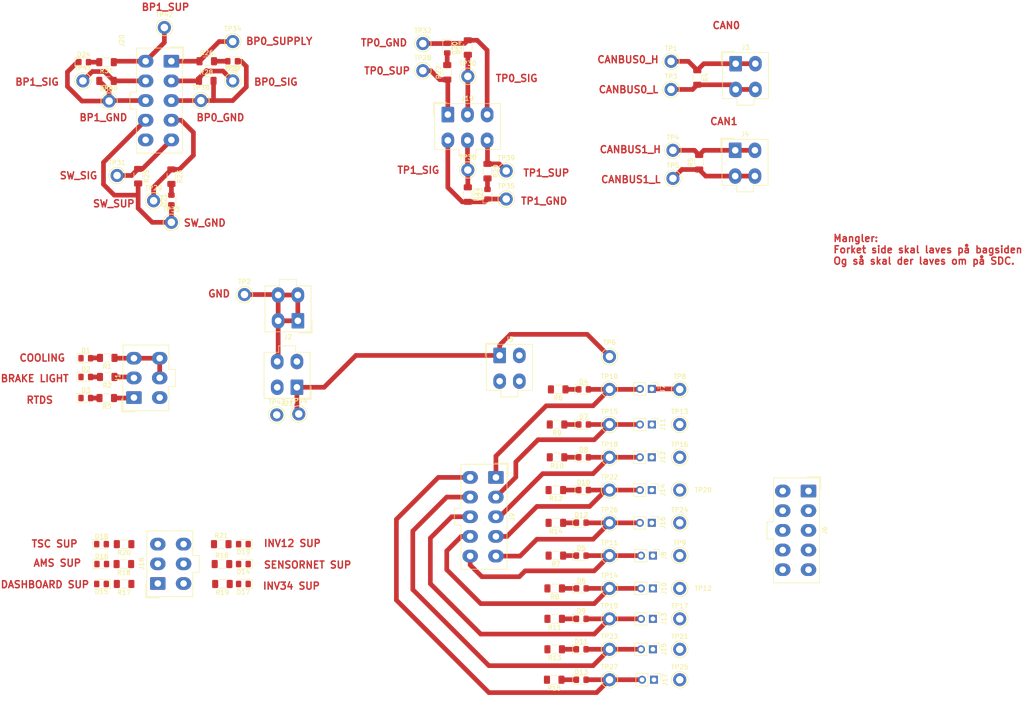
<source format=kicad_pcb>
(kicad_pcb (version 20240108) (generator "pcbnew") (generator_version "8.0")
  (layers (0 "F.Cu" signal) (31 "B.Cu" signal) (34 "B.Paste" user) (35 "F.Paste" user) (36 "B.SilkS" user "B.Silkscreen") (37 "F.SilkS" user "F.Silkscreen") (38 "B.Mask" user) (39 "F.Mask" user) (44 "Edge.Cuts" user))
  (net 0 "")
  (net 1 "Net-(D1-A)")
  (net 2 "GND-LV_Unfiltered")
  (net 3 "Net-(D2-A)")
  (net 4 "Net-(D3-A)")
  (net 5 "Net-(D4-K)")
  (net 6 "/Shutdown Circuit/1-A2")
  (net 7 "Net-(D5-K)")
  (net 8 "/Shutdown Circuit/1-D1")
  (net 9 "/Shutdown Circuit/1-A3")
  (net 10 "Net-(D6-K)")
  (net 11 "Net-(D7-K)")
  (net 12 "/Shutdown Circuit/1-B1")
  (net 13 "Net-(D8-K)")
  (net 14 "/Shutdown Circuit/1-B3")
  (net 15 "Net-(D9-K)")
  (net 16 "/Shutdown Circuit/1-E4")
  (net 17 "/Shutdown Circuit/1-C4")
  (net 18 "Net-(D10-K)")
  (net 19 "/Shutdown Circuit/1-E2")
  (net 20 "Net-(D11-K)")
  (net 21 "/Shutdown Circuit/1-C2")
  (net 22 "Net-(D12-K)")
  (net 23 "/Shutdown Circuit/1-F1")
  (net 24 "Net-(D13-K)")
  (net 25 "Net-(D14-A)")
  (net 26 "Net-(D15-A)")
  (net 27 "Net-(D16-A)")
  (net 28 "Net-(D17-A)")
  (net 29 "Net-(D18-A)")
  (net 30 "Net-(D19-A)")
  (net 31 "/Sensors/3-A2")
  (net 32 "Net-(D20-A)")
  (net 33 "/Sensors/2-M4")
  (net 34 "Net-(D21-A)")
  (net 35 "Net-(D22-A)")
  (net 36 "/Sensors/3-B3")
  (net 37 "Net-(D23-A)")
  (net 38 "/Sensors/3-A3")
  (net 39 "Net-(D24-A)")
  (net 40 "/Sensors/3-C3")
  (net 41 "/Actuators/1-G3")
  (net 42 "GND")
  (net 43 "/CAN/3-H1")
  (net 44 "/CAN/3-G1")
  (net 45 "/CAN/3-F3")
  (net 46 "/CAN/3-F1")
  (net 47 "/Shutdown Circuit/1-C1")
  (net 48 "/Shutdown Circuit/1-D2")
  (net 49 "/Shutdown Circuit/1-A1")
  (net 50 "/Shutdown Circuit/1-B2")
  (net 51 "/Shutdown Circuit/1-D4")
  (net 52 "/Shutdown Circuit/1-B4")
  (net 53 "/Shutdown Circuit/1-E3")
  (net 54 "/Shutdown Circuit/1-C3")
  (net 55 "/Shutdown Circuit/1-E1")
  (net 56 "/Power distribution/2-A1")
  (net 57 "/Power distribution/2-A4")
  (net 58 "/Sensors/3-B1")
  (net 59 "/Sensors/3-A4")
  (net 60 "/Sensors/3-B2")
  (net 61 "/Sensors/3-A1")
  (net 62 "/Sensors/3-B4")
  (net 63 "/Sensors/3-C4")
  (net 64 "/Sensors/2-M2")
  (net 65 "/Sensors/3-C2")
  (net 66 "/Sensors/3-C1")
  (net 67 "/Sensors/2-M3")
  (net 68 "+24V")
  (net 69 "/Actuators/2-E4")
  (net 70 "/Actuators/2-B4")
  (net 71 "/Power distribution/2-B1")
  (net 72 "/Power distribution/2-C1")
  (net 73 "/Power distribution/2-D1")
  (net 74 "/Power distribution/2-E1")
  (net 75 "/Shutdown Circuit/1-D3")
  (footprint "LED_SMD:LED_0805_2012Metric_Pad1.15x1.40mm_HandSolder" (layer "F.Cu") (at 139.725 130.91)
    (property "Reference" "D12")
    (property "Value" "LED")
  )
  (footprint "TestPoint:TestPoint_Keystone_5010-5014_Multipurpose" (layer "F.Cu") (at 145.75 130.95)
    (property "Reference" "TP26")
    (property "Value" "TestPoint")
  )
  (footprint "Resistor_SMD:R_1206_3216Metric_Pad1.30x1.75mm_HandSolder" (layer "F.Cu") (at 38.35 36.575 180)
    (property "Reference" "R30")
    (property "Value" "R100k")
  )
  (footprint "Connector_PinHeader_2.54mm:PinHeader_1x02_P2.54mm_Vertical" (layer "F.Cu") (at 155.025 144.95 -90)
    (property "Reference" "J10")
    (property "Value" "Conn_01x02_Pin")
  )
  (footprint "TestPoint:TestPoint_Keystone_5010-5014_Multipurpose" (layer "F.Cu") (at 145.75 123.95)
    (property "Reference" "TP22")
    (property "Value" "TestPoint")
  )
  (footprint "Connector_Molex:Molex_Mini-Fit_Jr_5566-06A_2x03_P4.20mm_Vertical" (layer "F.Cu") (at 49.3 143.9 90)
    (property "Reference" "J18")
    (property "Value" "Conn_02x03_Counter_Clockwise")
  )
  (footprint "TestPoint:TestPoint_Keystone_5010-5014_Multipurpose" (layer "F.Cu") (at 105.9 34.4)
    (property "Reference" "TP28")
    (property "Value" "TestPoint")
  )
  (footprint "TestPoint:TestPoint_Keystone_5010-5014_Multipurpose" (layer "F.Cu") (at 33.3 36.575)
    (property "Reference" "TP41")
    (property "Value" "TestPoint")
  )
  (footprint "Resistor_SMD:R_1206_3216Metric_Pad1.30x1.75mm_HandSolder" (layer "F.Cu") (at 134.3 130.95 180)
    (property "Reference" "R14")
    (property "Value" "R1k1")
  )
  (footprint "Connector_Molex:Molex_Mini-Fit_Jr_5566-06A_2x03_P4.20mm_Vertical" (layer "F.Cu") (at 111.23 43.765)
    (property "Reference" "J19")
    (property "Value" "Conn_02x03_Counter_Clockwise")
  )
  (footprint "LED_SMD:LED_0805_2012Metric_Pad1.15x1.40mm_HandSolder" (layer "F.Cu") (at 139.75 144.95)
    (property "Reference" "D6")
    (property "Value" "LED")
  )
  (footprint "Connector_Molex:Molex_Mini-Fit_Jr_5566-04A_2x02_P4.20mm_Vertical" (layer "F.Cu") (at 79 102 180)
    (property "Reference" "J21")
    (property "Value" "Conn_02x02_Top_Bottom")
  )
  (footprint "LED_SMD:LED_0805_2012Metric_Pad1.15x1.40mm_HandSolder" (layer "F.Cu") (at 33.475 32.575)
    (property "Reference" "D24")
    (property "Value" "LED")
  )
  (footprint "LED_SMD:LED_0805_2012Metric_Pad1.15x1.40mm_HandSolder" (layer "F.Cu") (at 140.225 109.95)
    (property "Reference" "D7")
    (property "Value" "LED")
  )
  (footprint "TestPoint:TestPoint_Keystone_5010-5014_Multipurpose" (layer "F.Cu") (at 50.7 25.175)
    (property "Reference" "TP42")
    (property "Value" "TestPoint")
  )
  (footprint "TestPoint:TestPoint_Keystone_5010-5014_Multipurpose" (layer "F.Cu") (at 48.4 62.175)
    (property "Reference" "TP29")
    (property "Value" "TestPoint")
  )
  (footprint "Resistor_SMD:R_1206_3216Metric_Pad1.30x1.75mm_HandSolder" (layer "F.Cu") (at 42.05 139.75 180)
    (property "Reference" "R18")
    (property "Value" "R2k1")
  )
  (footprint "TestPoint:TestPoint_Keystone_5010-5014_Multipurpose" (layer "F.Cu") (at 160.75 123.95)
    (property "Reference" "TP20")
    (property "Value" "TestPoint")
  )
  (footprint "LED_SMD:LED_0805_2012Metric_Pad1.15x1.40mm_HandSolder" (layer "F.Cu") (at 139.725 164.45)
    (property "Reference" "D13")
    (property "Value" "LED")
  )
  (footprint "TestPoint:TestPoint_Keystone_5010-5014_Multipurpose" (layer "F.Cu") (at 79.4 107.7)
    (property "Reference" "TP44")
    (property "Value" "TestPoint")
  )
  (footprint "Resistor_SMD:R_1206_3216Metric_Pad1.30x1.75mm_HandSolder" (layer "F.Cu") (at 38.35 32.575 180)
    (property "Reference" "R31")
    (property "Value" "R300")
  )
  (footprint "TestPoint:TestPoint_Keystone_5010-5014_Multipurpose" (layer "F.Cu") (at 145.75 116.95)
    (property "Reference" "TP18")
    (property "Value" "TestPoint")
  )
  (footprint "TestPoint:TestPoint_Keystone_5010-5014_Multipurpose" (layer "F.Cu") (at 115.5 55.6)
    (property "Reference" "TP36")
    (property "Value" "TestPoint")
  )
  (footprint "Resistor_SMD:R_1206_3216Metric_Pad1.30x1.75mm_HandSolder" (layer "F.Cu") (at 52.2 57.025 -90)
    (property "Reference" "R23")
    (property "Value" "R300")
  )
  (footprint "TestPoint:TestPoint_Keystone_5010-5014_Multipurpose" (layer "F.Cu") (at 145.75 157.95)
    (property "Reference" "TP23")
    (property "Value" "TestPoint")
  )
  (footprint "TestPoint:TestPoint_Keystone_5010-5014_Multipurpose" (layer "F.Cu") (at 65.3 28.175)
    (property "Reference" "TP34")
    (property "Value" "TestPoint")
  )
  (footprint "LED_SMD:LED_0805_2012Metric_Pad1.15x1.40mm_HandSolder" (layer "F.Cu") (at 65.275 32.375 180)
    (property "Reference" "D22")
    (property "Value" "LED")
  )
  (footprint "Resistor_SMD:R_1206_3216Metric_Pad1.30x1.75mm_HandSolder" (layer "F.Cu") (at 134.05 144.95 180)
    (property "Reference" "R8")
    (property "Value" "R1k1")
  )
  (footprint "LED_SMD:LED_0805_2012Metric_Pad1.15x1.40mm_HandSolder" (layer "F.Cu") (at 139.725 157.95)
    (property "Reference" "D11")
    (property "Value" "LED")
  )
  (footprint "LED_SMD:LED_0805_2012Metric_Pad1.15x1.40mm_HandSolder" (layer "F.Cu") (at 67.575 135.5 180)
    (property "Reference" "D19")
    (property "Value" "LED")
  )
  (footprint "Connector_PinHeader_2.54mm:PinHeader_1x02_P2.54mm_Vertical" (layer "F.Cu") (at 154.8 109.95 -90)
    (property "Reference" "J11")
    (property "Value" "Conn_01x02_Pin")
  )
  (footprint "LED_SMD:LED_0805_2012Metric_Pad1.15x1.40mm_HandSolder" (layer "F.Cu") (at 33.925 104.3)
    (property "Reference" "D3")
    (property "Value" "LED")
  )
  (footprint "TestPoint:TestPoint_Keystone_5010-5014_Multipurpose" (layer "F.Cu") (at 159.3 57.4)
    (property "Reference" "TP5")
    (property "Value" "TestPoint")
  )
  (footprint "TestPoint:TestPoint_Keystone_5010-5014_Multipurpose" (layer "F.Cu") (at 65.3 36.575)
    (property "Reference" "TP37")
    (property "Value" "TestPoint")
  )
  (footprint "TestPoint:TestPoint_Keystone_5010-5014_Multipurpose" (layer "F.Cu") (at 160.75 109.95)
    (property "Reference" "TP13")
    (property "Value" "TestPoint")
  )
  (footprint "LED_SMD:LED_0805_2012Metric_Pad1.15x1.40mm_HandSolder" (layer "F.Cu") (at 52.2 62 90)
    (property "Reference" "D21")
    (property "Value" "LED")
  )
  (footprint "TestPoint:TestPoint_Keystone_5010-5014_Multipurpose" (layer "F.Cu") (at 160.75 157.95)
    (property "Reference" "TP21")
    (property "Value" "TestPoint")
  )
  (footprint "Resistor_SMD:R_1206_3216Metric_Pad1.30x1.75mm_HandSolder" (layer "F.Cu") (at 134.05 151.45 180)
    (property "Reference" "R11")
    (property "Value" "R1k1")
  )
  (footprint "LED_SMD:LED_0805_2012Metric_Pad1.15x1.40mm_HandSolder" (layer "F.Cu") (at 140.225 102.45)
    (property "Reference" "D4")
    (property "Value" "LED")
  )
  (footprint "TestPoint:TestPoint_Keystone_5010-5014_Multipurpose" (layer "F.Cu") (at 40.6 56.775)
    (property "Reference" "TP31")
    (property "Value" "TestPoint")
  )
  (footprint "LED_SMD:LED_0805_2012Metric_Pad1.15x1.40mm_HandSolder" (layer "F.Cu") (at 139.725 151.45)
    (property "Reference" "D9")
    (property "Value" "LED")
  )
  (footprint "Resistor_SMD:R_1206_3216Metric_Pad1.30x1.75mm_HandSolder" (layer "F.Cu") (at 59.75 32.375)
    (property "Reference" "R26")
    (property "Value" "R300")
  )
  (footprint "Connector_PinHeader_2.54mm:PinHeader_1x02_P2.54mm_Vertical" (layer "F.Cu") (at 155.025 157.95 -90)
    (property "Reference" "J15")
    (property "Value" "Conn_01x02_Pin")
  )
  (footprint "Resistor_SMD:R_1206_3216Metric_Pad1.30x1.75mm_HandSolder" (layer "F.Cu") (at 63 139.75)
    (property "Reference" "R16")
    (property "Value" "R2k1")
  )
  (footprint "Resistor_SMD:R_1206_3216Metric_Pad1.30x1.75mm_HandSolder" (layer "F.Cu") (at 134.55 116.95 180)
    (property "Reference" "R10")
    (property "Value" "R1k1")
  )
  (footprint "Resistor_SMD:R_1206_3216Metric_Pad1.30x1.75mm_HandSolder" (layer "F.Cu") (at 134.55 109.95 180)
    (property "Reference" "R9")
    (property "Value" "R1k1")
  )
  (footprint "Resistor_SMD:R_1206_3216Metric_Pad1.30x1.75mm_HandSolder" (layer "F.Cu") (at 45.1 56.925 -90)
    (property "Reference" "R25")
    (property "Value" "R100k")
  )
  (footprint "TestPoint:TestPoint_Keystone_5010-5014_Multipurpose" (layer "F.Cu") (at 160.75 102.45)
    (property "Reference" "TP8")
    (property "Value" "TestPoint")
  )
  (footprint "TestPoint:TestPoint_Keystone_5010-5014_Multipurpose" (layer "F.Cu") (at 160.75 144.95)
    (property "Reference" "TP12")
    (property "Value" "TestPoint")
  )
  (footprint "Connector_Molex:Molex_Mini-Fit_Jr_5566-10A_2x05_P4.20mm_Vertical" (layer "F.Cu") (at 188.25 124.15 -90)
    (property "Reference" "J6")
    (property "Value" "Conn_02x05_Counter_Clockwise")
  )
  (footprint "Connector_Molex:Molex_Mini-Fit_Jr_5566-04A_2x02_P4.20mm_Vertical" (layer "F.Cu") (at 172.6 51.4)
    (property "Reference" "J4")
    (property "Value" "Conn_02x02_Top_Bottom")
  )
  (footprint "LED_SMD:LED_0805_2012Metric_Pad1.15x1.40mm_HandSolder" (layer "F.Cu") (at 37.275 135.5)
    (property "Reference" "D18")
    (property "Value" "LED")
  )
  (footprint "TestPoint:TestPoint_Keystone_5010-5014_Multipurpose" (layer "F.Cu") (at 74.7 107.9)
    (property "Reference" "TP43")
    (property "Value" "TestPoint")
  )
  (footprint "Connector_Molex:Molex_Mini-Fit_Jr_5566-10A_2x05_P4.20mm_Vertical" (layer "F.Cu") (at 121.5 121.25 -90)
    (property "Reference" "J9")
    (property "Value" "Conn_02x05_Counter_Clockwise")
  )
  (footprint "Connector_Molex:Molex_Mini-Fit_Jr_5566-06A_2x03_P4.20mm_Vertical" (layer "F.Cu") (at 44.2 104.2 90)
    (property "Reference" "J1")
    (property "Value" "Conn_02x03_Counter_Clockwise")
  )
  (footprint "Resistor_SMD:R_1206_3216Metric_Pad1.30x1.75mm_HandSolder" (layer "F.Cu") (at 115.5 29.45 90)
    (property "Reference" "R24")
    (property "Value" "R100k")
  )
  (footprint "TestPoint:TestPoint_Keystone_5010-5014_Multipurpose" (layer "F.Cu") (at 160.75 137.95)
    (property "Reference" "TP9")
    (property "Value" "TestPoint")
  )
  (footprint "TestPoint:TestPoint_Keystone_5010-5014_Multipurpose" (layer "F.Cu") (at 123.7 55.8)
    (property "Reference" "TP39")
    (property "Value" "TestPoint")
  )
  (footprint "Resistor_SMD:R_1206_3216Metric_Pad1.30x1.75mm_HandSolder" (layer "F.Cu") (at 164.5 35.85 -90)
    (property "Reference" "R4")
    (property "Value" "R120")
  )
  (footprint "TestPoint:TestPoint_Keystone_5010-5014_Multipurpose" (layer "F.Cu") (at 160.75 116.95)
    (property "Reference" "TP16")
    (property "Value" "TestPoint")
  )
  (footprint "LED_SMD:LED_0805_2012Metric_Pad1.15x1.40mm_HandSolder" (layer "F.Cu") (at 67.575 139.75 180)
    (property "Reference" "D14")
    (property "Value" "LED")
  )
  (footprint "Resistor_SMD:R_1206_3216Metric_Pad1.30x1.75mm_HandSolder" (layer "F.Cu") (at 119.7 55.85 -90)
    (property "Reference" "R29")
    (property "Value" "R300")
  )
  (footprint "TestPoint:TestPoint_Keystone_5010-5014_Multipurpose" (layer "F.Cu") (at 67.8 82.2)
    (property "Reference" "TP2")
    (property "Value" "TestPoint")
  )
  (footprint "Connector_Molex:Molex_Mini-Fit_Jr_5566-10A_2x05_P4.20mm_Vertical" (layer "F.Cu") (at 52.2 32.375 -90)
    (property "Reference" "J20")
    (property "Value" "Conn_02x05_Top_Bottom")
  )
  (footprint "Connector_PinHeader_2.54mm:PinHeader_1x02_P2.54mm_Vertical" (layer "F.Cu") (at 154.8 102.35 -90)
    (property "Reference" "J7")
    (property "Value" "Conn_01x02_Pin")
  )
  (footprint "TestPoint:TestPoint_Keystone_5010-5014_Multipurpose" (layer "F.Cu") (at 115.5 35.6)
    (property "Reference" "TP30")
    (property "Value" "TestPoint")
  )
  (footprint "Resistor_SMD:R_1206_3216Metric_Pad1.30x1.75mm_HandSolder" (layer "F.Cu") (at 134.3 137.95 180)
    (property "Reference" "R7")
    (property "Value" "R1k1")
  )
  (footprint "Resistor_SMD:R_1206_3216Metric_Pad1.30x1.75mm_HandSolder" (layer "F.Cu") (at 133.95 164.45 180)
    (property "Reference" "R15")
    (property "Value" "R1k1")
  )
  (footprint "TestPoint:TestPoint_Keystone_5010-5014_Multipurpose" (layer "F.Cu") (at 158.9 32.4)
    (property "Reference" "TP1")
    (property "Value" "TestPoint")
  )
  (footprint "TestPoint:TestPoint_Keystone_5010-5014_Multipurpose" (layer "F.Cu") (at 105.9 28.6)
    (property "Reference" "TP32")
    (property "Value" "TestPoint")
  )
  (footprint "Resistor_SMD:R_1206_3216Metric_Pad1.30x1.75mm_HandSolder" (layer "F.Cu") (at 42.1 135.5 180)
    (property "Reference" "R20")
    (property "Value" "R2k1")
  )
  (footprint "TestPoint:TestPoint_Keystone_5010-5014_Multipurpose" (layer "F.Cu") (at 145.75 137.95)
    (property "Reference" "TP11")
    (property "Value" "TestPoint")
  )
  (footprint "Connector_Molex:Molex_Mini-Fit_Jr_5566-04A_2x02_P4.20mm_Vertical" (layer "F.Cu") (at 172.7 32.9)
    (property "Reference" "J3")
    (property "Value" "Conn_02x02_Top_Bottom")
  )
  (footprint "TestPoint:TestPoint_Keystone_5010-5014_Multipurpose" (layer "F.Cu") (at 160.75 130.95)
    (property "Reference" "TP24")
    (property "Value" "TestPoint")
  )
  (footprint "Resistor_SMD:R_1206_3216Metric_Pad1.30x1.75mm_HandSolder" (layer "F.Cu") (at 134.8 102.45 180)
    (property "Reference" "R6")
    (property "Value" "R1k1")
  )
  (footprint "TestPoint:TestPoint_Keystone_5010-5014_Multipurpose" (layer "F.Cu") (at 145.75 95.45)
    (property "Reference" "TP6")
    (property "Value" "TestPoint")
  )
  (footprint "LED_SMD:LED_0805_2012Metric_Pad1.15x1.40mm_HandSolder" (layer "F.Cu") (at 140.225 123.95)
    (property "Reference" "D10")
    (property "Value" "LED")
  )
  (footprint "LED_SMD:LED_0805_2012Metric_Pad1.15x1.40mm_HandSolder" (layer "F.Cu") (at 111.1 29.575 -90)
    (property "Reference" "D20")
    (property "Value" "LED")
  )
  (footprint "TestPoint:TestPoint_Keystone_5010-5014_Multipurpose" (layer "F.Cu") (at 160.75 151.45)
    (property "Reference" "TP17")
    (property "Value" "TestPoint")
  )
  (footprint "Connector_PinHeader_2.54mm:PinHeader_1x02_P2.54mm_Vertical" (layer "F.Cu") (at 154.79 116.95 -90)
    (property "Reference" "J12")
    (property "Value" "Conn_01x02_Pin")
  )
  (footprint "LED_SMD:LED_0805_2012Metric_Pad1.15x1.40mm_HandSolder" (layer "F.Cu") (at 33.925 95.8)
    (property "Reference" "D1")
    (property "Value" "LED")
  )
  (footprint "Resistor_SMD:R_1206_3216Metric_Pad1.30x1.75mm_HandSolder" (layer "F.Cu") (at 63.1 144 180)
    (property "Reference" "R19")
    (property "Value" "R2k1")
  )
  (footprint "Resistor_SMD:R_1206_3216Metric_Pad1.30x1.75mm_HandSolder" (layer "F.Cu") (at 164.9 53.95 90)
    (property "Reference" "R5")
    (property "Value" "R120")
  )
  (footprint "Connector_PinHeader_2.54mm:PinHeader_1x02_P2.54mm_Vertical" (layer "F.Cu") (at 154.79 123.95 -90)
    (property "Reference" "J14")
    (property "Value" "Conn_01x02_Pin")
  )
  (footprint "TestPoint:TestPoint_Keystone_5010-5014_Multipurpose" (layer "F.Cu") (at 145.75 144.95)
    (property "Reference" "TP14")
    (property "Value" "TestPoint")
  )
  (footprint "LED_SMD:LED_0805_2012Metric_Pad1.15x1.40mm_HandSolder" (layer "F.Cu") (at 139.725 137.95)
    (property "Reference" "D5")
    (property "Value" "LED")
  )
  (footprint "LED_SMD:LED_0805_2012Metric_Pad1.15x1.40mm_HandSolder" (layer "F.Cu") (at 140.225 116.95)
    (property "Reference" "D8")
    (property "Value" "LED")
  )
  (footprint "Resistor_SMD:R_1206_3216Metric_Pad1.30x1.75mm_HandSolder" (layer "F.Cu") (at 42.1 144 180)
    (property "Reference" "R17")
    (property "Value" "R2k1")
  )
  (footprint "TestPoint:TestPoint_Keystone_5010-5014_Multipurpose" (layer "F.Cu") (at 160.75 164.45)
    (property "Reference" "TP25")
    (property "Value" "TestPoint")
  )
  (footprint "Connector_PinHeader_2.54mm:PinHeader_1x02_P2.54mm_Vertical" (layer "F.Cu") (at 155.25 164.45 -90)
    (property "Reference" "J17")
    (property "Value" "Conn_01x02_Pin")
  )
  (footprint "TestPoint:TestPoint_Keystone_5010-5014_Multipurpose" (layer "F.Cu") (at 58.5 40.775)
    (property "Reference" "TP38")
    (property "Value" "TestPoint")
  )
  (footprint "Resistor_SMD:R_1206_3216Metric_Pad1.30x1.75mm_HandSolder" (layer "F.Cu") (at 59.65 36.575)
    (property "Reference" "R28")
    (property "Value" "R100k")
  )
  (footprint "Resistor_SMD:R_1206_3216Metric_Pad1.30x1.75mm_HandSolder" (layer "F.Cu") (at 38.5 99.8 180)
    (property "Reference" "R2")
    (property "Value" "R1k1")
  )
  (footprint "TestPoint:TestPoint_Keystone_5010-5014_Multipurpose" (layer "F.Cu") (at 52.2 66.775)
    (property "Reference" "TP33")
    (property "Value" "TestPoint")
  )
  (footprint "TestPoint:TestPoint_Keystone_5010-5014_Multipurpose" (layer "F.Cu") (at 145.75 164.45)
    (property "Reference" "TP27")
    (property "Value" "TestPoint")
  )
  (footprint "LED_SMD:LED_0805_2012Metric_Pad1.15x1.40mm_HandSolder" (layer "F.Cu") (at 67.575 144 180)
    (property "Reference" "D17")
    (property "Value" "LED")
  )
  (footprint "Resistor_SMD:R_1206_3216Metric_Pad1.30x1.75mm_HandSolder" (layer "F.Cu") (at 115.5 60.85 -90)
    (property "Reference" "R27")
    (property "Value" "R100k")
  )
  (footprint "Resistor_SMD:R_1206_3216Metric_Pad1.30x1.75mm_HandSolder" (layer "F.Cu") (at 134.3 123.95 180)
    (property "Reference" "R12")
    (property "Value" "R1k1")
  )
  (footprint "Connector_Molex:Molex_Mini-Fit_Jr_5566-04A_2x02_P4.20mm_Vertical" (layer "F.Cu") (at 79.2 87.8 180)
    (property "Reference" "J2")
    (property "Value" "Conn_02x02_Top_Bottom")
  )
  (footprint "TestPoint:TestPoint_Keystone_5010-5014_Multipurpose" (layer "F.Cu") (at 123.7 61.8)
    (property "Reference" "TP35")
    (property "Value" "TestPoint")
  )
  (footprint "Connector_PinHeader_2.54mm:PinHeader_1x02_P2.54mm_Vertical" (layer "F.Cu") (at 155.025 151.45 -90)
    (property "Reference" "J13")
    (property "Value" "Conn_01x02_Pin")
  )
  (footprint "TestPoint:TestPoint_Keystone_5010-5014_Multipurpose" (layer "F.Cu") (at 145.75 151.45)
    (property "Reference" "TP19")
    (property "Value" "TestPoint")
  )
  (footprint "LED_SMD:LED_0805_2012Metric_Pad1.15x1.40mm_HandSolder" (layer "F.Cu") (at 119.7 60.775 90)
    (property "Reference" "D23")
    (property "Value" "LED")
  )
  (footprint "TestPoint:TestPoint_Keystone_5010-5014_Multipurpose" (layer "F.Cu") (at 38.9 40.875)
    (property "Reference" "TP40")
    (property "Value" "TestPoint")
  )
  (footprint "LED_SMD:LED_0805_2012Metric_Pad1.15x1.40mm_HandSolder" (layer "F.Cu") (at 37.275 144 180)
    (property "Reference" "D15")
    (property "Value" "LED")
  )
  (footprint "LED_SMD:LED_0805_2012Metric_Pad1.15x1.40mm_HandSolder" (layer "F.Cu") (at 37.325 139.75)
    (property "Reference" "D16")
    (property "Value" "LED")
  )
  (footprint "Resistor_SMD:R_1206_3216Metric_Pad1.30x1.75mm_HandSolder" (layer "F.Cu") (at 134.05 157.95 180)
    (property "Reference" "R13")
    (property "Value" "R1k1")
  )
  (footprint "Resistor_SMD:R_1206_3216Metric_Pad1.30x1.75mm_HandSolder" (layer "F.Cu") (at 62.85 135.5)
    (property "Reference" "R21")
    (property "Value" "R2k1")
  )
  (footprint "Connector_Molex:Molex_Mini-Fit_Jr_5566-04A_2x02_P4.20mm_Vertical" (layer "F.Cu") (at 122.3 95.2)
    (property "Reference" "J5")
    (property "Value" "Conn_01x01_Pin")
  )
  (footprint "Resistor_SMD:R_1206_3216Metric_Pad1.30x1.75mm_HandSolder" (layer "F.Cu") (at 38.4 104.3 180)
    (property "Reference" "R3")
    (property "Value" "R1k1")
  )
  (footprint "Resistor_SMD:R_1206_3216Metric_Pad1.30x1.75mm_HandSolder" (layer "F.Cu") (at 111.1 34.75 90)
    (property "Reference" "R22")
    (property "Value" "R300")
  )
  (footprint "Connector_PinHeader_2.54mm:PinHeader_1x02_P2.54mm_Vertical" (layer "F.Cu") (at 154.79 130.95 -90)
    (property "Reference" "J16")
    (property "Value" "Conn_01x02_Pin")
  )
  (footprint "TestPoint:TestPoint_Keystone_5010-5014_Multipurpose" (layer "F.Cu") (at 159.3 51.4)
    (property "Reference" "TP4")
    (property "Value" "TestPoint")
  )
  (footprint "TestPoint:TestPoint_Keystone_5010-5014_Multipurpose" (layer "F.Cu") (at 158.9 38.4)
    (property "Reference" "TP3")
    (property "Value" "TestPoint")
  )
  (footprint "TestPoint:TestPoint_Keystone_5010-5014_Multipurpose" (layer "F.Cu") (at 145.75 109.95)
    (property "Reference" "TP15")
    (property "Value" "TestPoint")
  )
  (footprint "LED_SMD:LED_0805_2012Metric_Pad1.15x1.40mm_HandSolder" (layer "F.Cu") (at 33.925 99.8)
    (property "Reference" "D2")
    (property "Value" "LED")
  )
  (footprint "Resistor_SMD:R_1206_3216Metric_Pad1.30x1.75mm_HandSolder" (layer "F.Cu") (at 38.5 95.725 180)
    (property "Reference" "R1")
    (property "Value" "R1k1")
  )
  (footprint "TestPoint:TestPoint_Keystone_5010-5014_Multipurpose" (layer "F.Cu") (at 145.75 102.45)
    (property "Reference" "TP10")
    (property "Value" "TestPoint")
  )
  (footprint "Connector_PinHeader_2.54mm:PinHeader_1x02_P2.54mm_Vertical" (layer "F.Cu") (at 155.025 137.95 -90)
    (property "Reference" "J8")
    (property "Value" "Conn_01x02_Pin")
  )
  (gr_text "GND" (at 59.9 82.9 0) (layer "F.Cu") (effects (font (size 1.5 1.5) (thickness 0.3) (bold yes)) (justify left bottom)))
  (gr_text "SW_SUP" (at 35.3 63.675 0) (layer "F.Cu") (effects (font (size 1.5 1.5) (thickness 0.3) (bold yes)) (justify left bottom)))
  (gr_text "CAN1" (at 167.1 46.1 0) (layer "F.Cu") (effects (font (size 1.5 1.5) (thickness 0.3) (bold yes)) (justify left bottom)))
  (gr_text "AMS SUP" (at 22.6 140.4 0) (layer "F.Cu") (effects (font (size 1.5 1.5) (thickness 0.3) (bold yes)) (justify left bottom)))
  (gr_text "TP1_GND" (at 126.7 63.1 0) (layer "F.Cu") (effects (font (size 1.5 1.5) (thickness 0.3) (bold yes)) (justify left bottom)))
  (gr_text "TP1_SUP" (at 127.2 57.1 0) (layer "F.Cu") (effects (font (size 1.5 1.5) (thickness 0.3) (bold yes)) (justify left bottom)))
  (gr_text "BRAKE LIGHT" (at 15.6 101 0) (layer "F.Cu") (effects (font (size 1.5 1.5) (thickness 0.3) (bold yes)) (justify left bottom)))
  (gr_text "TP0_GND" (at 92.5 29.3 0) (layer "F.Cu") (effects (font (size 1.5 1.5) (thickness 0.3) (bold yes)) (justify left bottom)))
  (gr_text "TSC SUP" (at 22.2 136.3 0) (layer "F.Cu") (effects (font (size 1.5 1.5) (thickness 0.3) (bold yes)) (justify left bottom)))
  (gr_text "CANBUS1_L" (at 143.8 58.5 0) (layer "F.Cu") (effects (font (size 1.5 1.5) (thickness 0.3) (bold yes)) (justify left bottom)))
  (gr_text "CANBUS1_H" (at 143.5 52.1 0) (layer "F.Cu") (effects (font (size 1.5 1.5) (thickness 0.3) (bold yes)) (justify left bottom)))
  (gr_text "TP0_SUP" (at 93.2 35.3 0) (layer "F.Cu") (effects (font (size 1.5 1.5) (thickness 0.3) (bold yes)) (justify left bottom)))
  (gr_text "INV12 SUP" (at 71.8 136.2 0) (layer "F.Cu") (effects (font (size 1.5 1.5) (thickness 0.3) (bold yes)) (justify left bottom)))
  (gr_text "BP0_SUPPLY" (at 68 28.975 0) (layer "F.Cu") (effects (font (size 1.5 1.5) (thickness 0.3) (bold yes)) (justify left bottom)))
  (gr_text "BP1_GND" (at 32.4 45.275 0) (layer "F.Cu") (effects (font (size 1.5 1.5) (thickness 0.3) (bold yes)) (justify left bottom)))
  (gr_text "SW_GND" (at 54.7 67.775 0) (layer "F.Cu") (effects (font (size 1.5 1.5) (thickness 0.3) (bold yes)) (justify left bottom)))
  (gr_text "BP0_GND" (at 57.4 45.275 0) (layer "F.Cu") (effects (font (size 1.5 1.5) (thickness 0.3) (bold yes)) (justify left bottom)))
  (gr_text "TP0_SIG" (at 121.3 36.9 0) (layer "F.Cu") (effects (font (size 1.5 1.5) (thickness 0.3) (bold yes)) (justify left bottom)))
  (gr_text "Mangler:\nForket side skal laves på bagsiden\nOg så skal der laves om på SDC." (at 193.4 75.9 0) (layer "F.Cu") (effects (font (size 1.5 1.5) (thickness 0.3) (bold yes)) (justify left bottom)))
  (gr_text "BP1_SIG" (at 18.7 37.675 0) (layer "F.Cu") (effects (font (size 1.5 1.5) (thickness 0.3) (bold yes)) (justify left bottom)))
  (gr_text "RTDS" (at 21.1 105.6 0) (layer "F.Cu") (effects (font (size 1.5 1.5) (thickness 0.3) (bold yes)) (justify left bottom)))
  (gr_text "BP1_SUP\n" (at 45.7 21.7 0) (layer "F.Cu") (effects (font (size 1.5 1.5) (thickness 0.3) (bold yes)) (justify left bottom)))
  (gr_text "COOLING" (at 19.6 96.6 0) (layer "F.Cu") (effects (font (size 1.5 1.5) (thickness 0.3) (bold yes)) (justify left bottom)))
  (gr_text "CANBUS0_L" (at 143.3 39.3 0) (layer "F.Cu") (effects (font (size 1.5 1.5) (thickness 0.3) (bold yes)) (justify left bottom)))
  (gr_text "CANBUS0_H" (at 143 32.9 0) (layer "F.Cu") (effects (font (size 1.5 1.5) (thickness 0.3) (bold yes)) (justify left bottom)))
  (gr_text "INV34 SUP" (at 71.6 145.3 0) (layer "F.Cu") (effects (font (size 1.5 1.5) (thickness 0.3) (bold yes)) (justify left bottom)))
  (gr_text "TP1_SIG" (at 100.3 56.5 0) (layer "F.Cu") (effects (font (size 1.5 1.5) (thickness 0.3) (bold yes)) (justify left bottom)))
  (gr_text "BP0_SIG" (at 69.7 37.675 0) (layer "F.Cu") (effects (font (size 1.5 1.5) (thickness 0.3) (bold yes)) (justify left bottom)))
  (gr_text "DASHBOARD SUP" (at 15.6 145 0) (layer "F.Cu") (effects (font (size 1.5 1.5) (thickness 0.3) (bold yes)) (justify left bottom)))
  (gr_text "SENSORNET SUP" (at 71.8 140.8 0) (layer "F.Cu") (effects (font (size 1.5 1.5) (thickness 0.3) (bold yes)) (justify left bottom)))
  (gr_text "CAN0" (at 167.6 25.6 0) (layer "F.Cu") (effects (font (size 1.5 1.5) (thickness 0.3) (bold yes)) (justify left bottom)))
  (gr_text "SW_SIG" (at 28.2 57.675 0) (layer "F.Cu") (effects (font (size 1.5 1.5) (thickness 0.3) (bold yes)) (justify left bottom)))
  (segment (start 35.025 95.725) (end 34.95 95.8) (width 1) (layer "F.Cu") (net 1))
  (segment (start 36.95 95.725) (end 35.025 95.725) (width 1) (layer "F.Cu") (net 1))
  (segment (start 34.95 99.8) (end 36.95 99.8) (width 1) (layer "F.Cu") (net 3))
  (segment (start 34.95 104.3) (end 36.85 104.3) (width 1) (layer "F.Cu") (net 4))
  (segment (start 136.35 102.45) (end 139.2 102.45) (width 1) (layer "F.Cu") (net 5))
  (segment (start 152.16 102.45) (end 152.26 102.35) (width 1) (layer "F.Cu") (net 6))
  (segment (start 121.5 116.7) (end 132.25 105.95) (width 1) (layer "F.Cu") (net 6))
  (segment (start 132.25 105.95) (end 142.25 105.95) (width 1) (layer "F.Cu") (net 6))
  (segment (start 142.25 105.95) (end 145.75 102.45) (width 1) (layer "F.Cu") (net 6))
  (segment (start 121.5 121.25) (end 121.5 116.7) (width 1) (layer "F.Cu") (net 6))
  (segment (start 145.75 102.45) (end 141.25 102.45) (width 1) (layer "F.Cu") (net 6))
  (segment (start 145.75 102.45) (end 152.16 102.45) (width 1) (layer "F.Cu") (net 6))
  (segment (start 135.85 137.95) (end 138.7 137.95) (width 1) (layer "F.Cu") (net 7))
  (segment (start 145.75 137.95) (end 140.75 137.95) (width 1) (layer "F.Cu") (net 8))
  (segment (start 145.75 137.95) (end 142.5 141.2) (width 1) (layer "F.Cu") (net 8))
  (segment (start 116 139.95) (end 116 138.05) (width 1) (layer "F.Cu") (net 8))
  (segment (start 118.5 142.45) (end 116 139.95) (width 1) (layer "F.Cu") (net 8))
  (segment (start 145.75 137.95) (end 152.485 137.95) (width 1) (layer "F.Cu") (net 8))
  (segment (start 142.5 141.2) (end 127.75 141.2) (width 1) (layer "F.Cu") (net 8))
  (segment (start 127.75 141.2) (end 126.5 142.45) (width 1) (layer "F.Cu") (net 8))
  (segment (start 126.5 142.45) (end 118.5 142.45) (width 1) (layer "F.Cu") (net 8))
  (segment (start 154.8 102.35) (end 160.65 102.35) (width 1) (layer "F.Cu") (net 9))
  (segment (start 160.65 102.35) (end 160.75 102.45) (width 1) (layer "F.Cu") (net 9))
  (segment (start 135.6 144.95) (end 138.725 144.95) (width 1) (layer "F.Cu") (net 10))
  (segment (start 136.1 109.95) (end 139.2 109.95) (width 1) (layer "F.Cu") (net 11))
  (segment (start 121.5 125.45) (end 125.75 121.2) (width 1) (layer "F.Cu") (net 12))
  (segment (start 145.75 109.95) (end 141.25 109.95) (width 1) (layer "F.Cu") (net 12))
  (segment (start 125.75 121.2) (end 125.75 117.95) (width 1) (layer "F.Cu") (net 12))
  (segment (start 142.5 113.2) (end 145.75 109.95) (width 1) (layer "F.Cu") (net 12))
  (segment (start 145.75 109.95) (end 152.26 109.95) (width 1) (layer "F.Cu") (net 12))
  (segment (start 125.75 117.95) (end 130.5 113.2) (width 1) (layer "F.Cu") (net 12))
  (segment (start 130.5 113.2) (end 142.5 113.2) (width 1) (layer "F.Cu") (net 12))
  (segment (start 136.1 116.95) (end 139.2 116.95) (width 1) (layer "F.Cu") (net 13))
  (segment (start 142.25 120.45) (end 145.75 116.95) (width 1) (layer "F.Cu") (net 14))
  (segment (start 145.75 116.95) (end 152.25 116.95) (width 1) (layer "F.Cu") (net 14))
  (segment (start 121.5 129.65) (end 122.3 129.65) (width 1) (layer "F.Cu") (net 14))
  (segment (start 122.3 129.65) (end 131.5 120.45) (width 1) (layer "F.Cu") (net 14))
  (segment (start 131.5 120.45) (end 142.25 120.45) (width 1) (layer "F.Cu") (net 14))
  (segment (start 145.75 116.95) (end 141.25 116.95) (width 1) (layer "F.Cu") (net 14))
  (segment (start 135.6 151.45) (end 138.7 151.45) (width 1) (layer "F.Cu") (net 15))
  (segment (start 118.25 154.7) (end 142.5 154.7) (width 1) (layer "F.Cu") (net 16))
  (segment (start 145.75 151.45) (end 140.75 151.45) (width 1) (layer "F.Cu") (net 16))
  (segment (start 107.5 143.95) (end 118.25 154.7) (width 1) (layer "F.Cu") (net 16))
  (segment (start 116 129.65) (end 112.05 129.65) (width 1) (layer "F.Cu") (net 16))
  (segment (start 107.5 134.2) (end 107.5 143.95) (width 1) (layer "F.Cu") (net 16))
  (segment (start 142.5 154.7) (end 145.75 151.45) (width 1) (layer "F.Cu") (net 16))
  (segment (start 145.75 151.45) (end 152.485 151.45) (width 1) (layer "F.Cu") (net 16))
  (segment (start 112.05 129.65) (end 107.5 134.2) (width 1) (layer "F.Cu") (net 16))
  (segment (start 130.25 127.45) (end 123.85 133.85) (width 1) (layer "F.Cu") (net 17))
  (segment (start 145 123.95) (end 141.5 127.45) (width 1) (layer "F.Cu") (net 17))
  (segment (start 145.75 123.95) (end 145 123.95) (width 1) (layer "F.Cu") (net 17))
  (segment (start 123.85 133.85) (end 121.5 133.85) (width 1) (layer "F.Cu") (net 17))
  (segment (start 152.25 123.95) (end 145.75 123.95) (width 1) (layer "F.Cu") (net 17))
  (segment (start 141.5 127.45) (end 130.25 127.45) (width 1) (layer "F.Cu") (net 17))
  (segment (start 145.75 123.95) (end 141.25 123.95) (width 1) (layer "F.Cu") (net 17))
  (segment (start 135.85 123.95) (end 139.2 123.95) (width 1) (layer "F.Cu") (net 18))
  (segment (start 116 125.45) (end 111 125.45) (width 1) (layer "F.Cu") (net 19))
  (segment (start 103.75 132.7) (end 103.75 145.2) (width 1) (layer "F.Cu") (net 19))
  (segment (start 145.75 157.95) (end 142.25 161.45) (width 1) (layer "F.Cu") (net 19))
  (segment (start 103.75 145.2) (end 120 161.45) (width 1) (layer "F.Cu") (net 19))
  (segment (start 145.75 157.95) (end 140.75 157.95) (width 1) (layer "F.Cu") (net 19))
  (segment (start 111 125.45) (end 103.75 132.7) (width 1) (layer "F.Cu") (net 19))
  (segment (start 142.25 161.45) (end 120 161.45) (width 1) (layer "F.Cu") (net 19))
  (segment (start 145.75 157.95) (end 152.485 157.95) (width 1) (layer "F.Cu") (net 19))
  (segment (start 135.6 157.95) (end 138.7 157.95) (width 1) (layer "F.Cu") (net 20))
  (segment (start 130.25 134.45) (end 126.65 138.05) (width 1) (layer "F.Cu") (net 21))
  (segment (start 145.75 130.95) (end 140.79 130.95) (width 1) (layer "F.Cu") (net 21))
  (segment (start 145.75 130.95) (end 142.25 134.45) (width 1) (layer "F.Cu") (net 21))
  (segment (start 126.65 138.05) (end 121.5 138.05) (width 1) (layer "F.Cu") (net 21))
  (segment (start 140.79 130.95) (end 140.75 130.91) (width 1) (layer "F.Cu") (net 21))
  (segment (start 145.75 130.95) (end 152.25 130.95) (width 1) (layer "F.Cu") (net 21))
  (segment (start 142.25 134.45) (end 130.25 134.45) (width 1) (layer "F.Cu") (net 21))
  (segment (start 138.66 130.95) (end 138.7 130.91) (width 1) (layer "F.Cu") (net 22))
  (segment (start 135.85 130.95) (end 138.66 130.95) (width 1) (layer "F.Cu") (net 22))
  (segment (start 120 167.2) (end 100.25 147.45) (width 1) (layer "F.Cu") (net 23))
  (segment (start 100.25 147.45) (end 100.25 130.2) (width 1) (layer "F.Cu") (net 23))
  (segment (start 145.75 164.45) (end 152.71 164.45) (width 1) (layer "F.Cu") (net 23))
  (segment (start 100.25 130.2) (end 109.2 121.25) (width 1) (layer "F.Cu") (net 23))
  (segment (start 140.75 164.45) (end 145.75 164.45) (width 1) (layer "F.Cu") (net 23))
  (segment (start 109.2 121.25) (end 116 121.25) (width 1) (layer "F.Cu") (net 23))
  (segment (start 145.75 164.45) (end 143 167.2) (width 1) (layer "F.Cu") (net 23))
  (segment (start 143 167.2) (end 120 167.2) (width 1) (layer "F.Cu") (net 23))
  (segment (start 135.5 164.45) (end 138.7 164.45) (width 1) (layer "F.Cu") (net 24))
  (segment (start 115.5 27.9) (end 117.5 27.9) (width 1) (layer "F.Cu") (net 31))
  (segment (start 111.1 28.55) (end 114.85 28.55) (width 1) (layer "F.Cu") (net 31))
  (segment (start 119.63 30.03) (end 119.63 43.765) (width 1) (layer "F.Cu") (net 31))
  (segment (start 117.5 27.9) (end 119.63 30.03) (width 1) (layer "F.Cu") (net 31))
  (segment (start 111.05 28.6) (end 111.1 28.55) (width 1) (layer "F.Cu") (net 31))
  (segment (start 105.9 28.6) (end 111.05 28.6) (width 1) (layer "F.Cu") (net 31))
  (segment (start 114.85 28.55) (end 115.5 27.9) (width 1) (layer "F.Cu") (net 31))
  (segment (start 111.1 33.2) (end 111.1 30.6) (width 1) (layer "F.Cu") (net 32))
  (segment (start 45.1 60.975) (end 45.1 58.475) (width 1) (layer "F.Cu") (net 33))
  (segment (start 37.7 53.975) (end 37.7 58.675) (width 1) (layer "F.Cu") (net 33))
  (segment (start 46.7 44.975) (end 37.7 53.975) (width 1) (layer "F.Cu") (net 33))
  (segment (start 52.2 63.025) (end 52.2 66.775) (width 1) (layer "F.Cu") (net 33))
  (segment (start 45.1 63.775) (end 45.1 60.975) (width 1) (layer "F.Cu") (net 33))
  (segment (start 40 60.975) (end 45.1 60.975) (width 1) (layer "F.Cu") (net 33))
  (segment (start 37.7 58.675) (end 40 60.975) (width 1) (layer "F.Cu") (net 33))
  (segment (start 48.1 66.775) (end 45.1 63.775) (width 1) (layer "F.Cu") (net 33))
  (segment (start 52.2 66.775) (end 48.1 66.775) (width 1) (layer "F.Cu") (net 33))
  (segment (start 52.2 58.575) (end 52.2 60.975) (width 1) (layer "F.Cu") (net 34))
  (segment (start 61.3 32.375) (end 64.25 32.375) (width 1) (layer "F.Cu") (net 35))
  (segment (start 67.1 32.375) (end 68.2 33.475) (width 1) (layer "F.Cu") (net 36))
  (segment (start 61.2 36.575) (end 61.2 40.775) (width 1) (layer "F.Cu") (net 36))
  (segment (start 61.2 40.775) (end 58.5 40.775) (width 1) (layer "F.Cu") (net 36))
  (segment (start 52.2 40.775) (end 58.5 40.775) (width 1) (layer "F.Cu") (net 36))
  (segment (start 65.3 40.775) (end 61.2 40.775) (width 1) (layer "F.Cu") (net 36))
  (segment (start 68.2 33.475) (end 68.2 37.875) (width 1) (layer "F.Cu") (net 36))
  (segment (start 66.3 32.375) (end 67.1 32.375) (width 1) (layer "F.Cu") (net 36))
  (segment (start 68.2 37.875) (end 65.3 40.775) (width 1) (layer "F.Cu") (net 36))
  (segment (start 119.7 59.75) (end 119.7 57.4) (width 1) (layer "F.Cu") (net 37))
  (segment (start 115.5 62.4) (end 119.1 62.4) (width 1) (layer "F.Cu") (net 38))
  (segment (start 119.1 62.4) (end 119.7 61.8) (width 1) (layer "F.Cu") (net 38))
  (segment (start 111.23 49.265) (end 111.23 59.33) (width 1) (layer "F.Cu") (net 38))
  (segment (start 119.7 61.8) (end 123.7 61.8) (width 1) (layer "F.Cu") (net 38))
  (segment (start 111.23 59.33) (end 114.3 62.4) (width 1) (layer "F.Cu") (net 38))
  (segment (start 114.3 62.4) (end 115.5 62.4) (width 1) (layer "F.Cu") (net 38))
  (segment (start 36.8 32.575) (end 34.5 32.575) (width 1) (layer "F.Cu") (net 39))
  (segment (start 32.45 32.575) (end 32.45 32.65043) (width 1) (layer "F.Cu") (net 40))
  (segment (start 30 34.675) (end 30 37.775) (width 1) (layer "F.Cu") (net 40))
  (segment (start 32.45 32.575) (end 32.1 32.575) (width 1) (layer "F.Cu") (net 40))
  (segment (start 30 37.775) (end 33.1 40.875) (width 1) (layer "F.Cu") (net 40))
  (segment (start 38.9 38.675) (end 36.8 36.575) (width 1) (layer "F.Cu") (net 40))
  (segment (start 33.1 40.875) (end 38.9 40.875) (width 1) (layer "F.Cu") (net 40))
  (segment (start 38.9 40.875) (end 38.9 38.675) (width 1) (layer "F.Cu") (net 40))
  (segment (start 39 40.775) (end 38.9 40.875) (width 1) (layer "F.Cu") (net 40))
  (segment (start 46.7 40.775) (end 39 40.775) (width 1) (layer "F.Cu") (net 40))
  (segment (start 32.1 32.575) (end 30 34.675) (width 1) (layer "F.Cu") (net 40))
  (segment (start 40.125 95.8) (end 40.05 95.725) (width 1) (layer "F.Cu") (net 41))
  (segment (start 49.7 100) (end 49.7 95.8) (width 1) (layer "F.Cu") (net 41))
  (segment (start 44.2 95.8) (end 49.7 95.8) (width 1) (layer "F.Cu") (net 41))
  (segment (start 44.2 95.8) (end 40.125 95.8) (width 1) (layer "F.Cu") (net 41))
  (segment (start 75 82.3) (end 75 87.8) (width 1) (layer "F.Cu") (net 42))
  (segment (start 79.2 87.8) (end 75 87.8) (width 1) (layer "F.Cu") (net 42))
  (segment (start 79.2 82.3) (end 79.2 87.8) (width 1) (layer "F.Cu") (net 42))
  (segment (start 67.8 82.2) (end 74.9 82.2) (width 1) (layer "F.Cu") (net 42))
  (segment (start 75 96.3) (end 74.8 96.5) (width 1) (layer "F.Cu") (net 42))
  (segment (start 75 87.8) (end 75 96.3) (width 1) (layer "F.Cu") (net 42))
  (segment (start 74.9 82.2) (end 75 82.3) (width 1) (layer "F.Cu") (net 42))
  (segment (start 79.2 82.3) (end 75 82.3) (width 1) (layer "F.Cu") (net 42))
  (segment (start 162.6 32.4) (end 164.5 34.3) (width 1) (layer "F.Cu") (net 43))
  (segment (start 172.7 32.9) (end 165.9 32.9) (width 1) (layer "F.Cu") (net 43))
  (segment (start 165.9 32.9) (end 164.5 34.3) (width 1) (layer "F.Cu") (net 43))
  (segment (start 176.9 32.9) (end 172.7 32.9) (width 1) (layer "F.Cu") (net 43))
  (segment (start 158.9 32.4) (end 162.6 32.4) (width 1) (layer "F.Cu") (net 43))
  (segment (start 158.9 38.4) (end 163.5 38.4) (width 1) (layer "F.Cu") (net 44))
  (segment (start 163.5 38.4) (end 164.5 37.4) (width 1) (layer "F.Cu") (net 44))
  (segment (start 171.7 37.4) (end 172.7 38.4) (width 1) (layer "F.Cu") (net 44))
  (segment (start 176.9 38.4) (end 172.7 38.4) (width 1) (layer "F.Cu") (net 44))
  (segment (start 164.5 37.4) (end 171.7 37.4) (width 1) (layer "F.Cu") (net 44))
  (segment (start 172.6 51.4) (end 165.9 51.4) (width 1) (layer "F.Cu") (net 45))
  (segment (start 159.3 51.4) (end 163.9 51.4) (width 1) (layer "F.Cu") (net 45))
  (segment (start 176.8 51.4) (end 172.6 51.4) (width 1) (layer "F.Cu") (net 45))
  (segment (start 163.9 51.4) (end 164.9 52.4) (width 1) (layer "F.Cu") (net 45))
  (segment (start 165.9 51.4) (end 164.9 52.4) (width 1) (layer "F.Cu") (net 45))
  (segment (start 164.9 55.5) (end 161.2 55.5) (width 1) (layer "F.Cu") (net 46))
  (segment (start 166.3 56.9) (end 164.9 55.5) (width 1) (layer "F.Cu") (net 46))
  (segment (start 161.2 55.5) (end 159.3 57.4) (width 1) (layer "F.Cu") (net 46))
  (segment (start 176.8 56.9) (end 172.6 56.9) (width 1) (layer "F.Cu") (net 46))
  (segment (start 172.6 56.9) (end 166.3 56.9) (width 1) (layer "F.Cu") (net 46))
  (segment (start 115.5 35.6) (end 115.5 43.695) (width 1) (layer "F.Cu") (net 58))
  (segment (start 115.5 31) (end 115.5 35.6) (width 1) (layer "F.Cu") (net 58))
  (segment (start 115.5 43.695) (end 115.43 43.765) (width 1) (layer "F.Cu") (net 58))
  (segment (start 119.7 54.3) (end 122.2 54.3) (width 1) (layer "F.Cu") (net 59))
  (segment (start 119.7 54.3) (end 119.7 49.335) (width 1) (layer "F.Cu") (net 59))
  (segment (start 122.2 54.3) (end 123.7 55.8) (width 1) (layer "F.Cu") (net 59))
  (segment (start 119.7 49.335) (end 119.63 49.265) (width 1) (layer "F.Cu") (net 59))
  (segment (start 115.5 55.6) (end 115.5 59.3) (width 1) (layer "F.Cu") (net 60))
  (segment (start 115.43 49.265) (end 115.43 55.53) (width 1) (layer "F.Cu") (net 60))
  (segment (start 115.43 55.53) (end 115.5 55.6) (width 1) (layer "F.Cu") (net 60))
  (segment (start 111.1 36.3) (end 109.5 36.3) (width 1) (layer "F.Cu") (net 61))
  (segment (start 111.23 36.43) (end 111.1 36.3) (width 1) (layer "F.Cu") (net 61))
  (segment (start 107.6 34.4) (end 105.9 34.4) (width 1) (layer "F.Cu") (net 61))
  (segment (start 111.23 43.765) (end 111.23 36.43) (width 1) (layer "F.Cu") (net 61))
  (segment (start 109.5 36.3) (end 107.6 34.4) (width 1) (layer "F.Cu") (net 61))
  (segment (start 58.2 32.375) (end 62.4 28.175) (width 1) (layer "F.Cu") (net 62))
  (segment (start 52.2 32.375) (end 58.2 32.375) (width 1) (layer "F.Cu") (net 62))
  (segment (start 62.4 28.175) (end 65.3 28.175) (width 1) (layer "F.Cu") (net 62))
  (segment (start 50.7 25.175) (end 50.7 28.375) (width 1) (layer "F.Cu") (net 63))
  (segment (start 40.1 32.375) (end 39.9 32.575) (width 1) (layer "F.Cu") (net 63))
  (segment (start 50.7 28.375) (end 46.7 32.375) (width 1) (layer "F.Cu") (net 63))
  (segment (start 46.7 32.375) (end 40.1 32.375) (width 1) (layer "F.Cu") (net 63))
  (segment (start 48.4 59.275) (end 52.2 55.475) (width 1) (layer "F.Cu") (net 64))
  (segment (start 54.3 44.975) (end 56.9 47.575) (width 1) (layer "F.Cu") (net 64))
  (segment (start 56.9 52.475) (end 53.9 55.475) (width 1) (layer "F.Cu") (net 64))
  (segment (start 48.4 62.175) (end 48.4 59.275) (width 1) (layer "F.Cu") (net 64))
  (segment (start 52.2 44.975) (end 54.3 44.975) (width 1) (layer "F.Cu") (net 64))
  (segment (start 56.9 47.575) (end 56.9 52.475) (width 1) (layer "F.Cu") (net 64))
  (segment (start 53.9 55.475) (end 52.2 55.475) (width 1) (layer "F.Cu") (net 64))
  (segment (start 39.9 36.575) (end 46.7 36.575) (width 1) (layer "F.Cu") (net 65))
  (segment (start 37.9 34.575) (end 39.9 36.575) (width 1) (layer "F.Cu") (net 65))
  (segment (start 35.3 34.575) (end 37.9 34.575) (width 1) (layer "F.Cu") (net 65))
  (segment (start 33.3 36.575) (end 35.3 34.575) (width 1) (layer "F.Cu") (net 65))
  (segment (start 59.7 34.375) (end 58.1 35.975) (width 1) (layer "F.Cu") (net 66))
  (segment (start 58.1 35.975) (end 58.1 36.575) (width 1) (layer "F.Cu") (net 66))
  (segment (start 65.3 36.575) (end 63.2 34.475) (width 1) (layer "F.Cu") (net 66))
  (segment (start 59.8 34.475) (end 59.7 34.375) (width 1) (layer "F.Cu") (net 66))
  (segment (start 58.1 36.575) (end 52.2 36.575) (width 1) (layer "F.Cu") (net 66))
  (segment (start 63.2 34.475) (end 59.8 34.475) (width 1) (layer "F.Cu") (net 66))
  (segment (start 46 55.375) (end 52.2 49.175) (width 1) (layer "F.Cu") (net 67))
  (segment (start 40.6 56.775) (end 43.7 56.775) (width 1) (layer "F.Cu") (net 67))
  (segment (start 43.7 56.775) (end 45.1 55.375) (width 1) (layer "F.Cu") (net 67))
  (segment (start 45.1 55.375) (end 46 55.375) (width 1) (layer "F.Cu") (net 67))
  (segment (start 124.6 90.7) (end 141 90.7) (width 1) (layer "F.Cu") (net 68))
  (segment (start 84.8 102) (end 91.6 95.2) (width 1) (layer "F.Cu") (net 68))
  (segment (start 122.3 95.2) (end 122.3 93) (width 1) (layer "F.Cu") (net 68))
  (segment (start 91.6 95.2) (end 122.3 95.2) (width 1) (layer "F.Cu") (net 68))
  (segment (start 122.3 93) (end 124.6 90.7) (width 1) (layer "F.Cu") (net 68))
  (segment (start 141 90.7) (end 145.75 95.45) (width 1) (layer "F.Cu") (net 68))
  (segment (start 79 102) (end 79 107.3) (width 1) (layer "F.Cu") (net 68))
  (segment (start 79 107.3) (end 79.4 107.7) (width 1) (layer "F.Cu") (net 68))
  (segment (start 79 102) (end 84.8 102) (width 1) (layer "F.Cu") (net 68))
  (segment (start 44 99.8) (end 44.2 100) (width 1) (layer "F.Cu") (net 69))
  (segment (start 40.05 99.8) (end 44 99.8) (width 1) (layer "F.Cu") (net 69))
  (segment (start 44.1 104.3) (end 44.2 104.2) (width 1) (layer "F.Cu") (net 70))
  (segment (start 39.95 104.3) (end 44.1 104.3) (width 1) (layer "F.Cu") (net 70))
  (segment (start 145.75 144.95) (end 152.485 144.95) (width 1) (layer "F.Cu") (net 75))
  (segment (start 111 136.95) (end 111 140.95) (width 1) (layer "F.Cu") (net 75))
  (segment (start 111 140.95) (end 118.25 148.2) (width 1) (layer "F.Cu") (net 75))
  (segment (start 140.775 144.95) (end 145.75 144.95) (width 1) (layer "F.Cu") (net 75))
  (segment (start 116 133.85) (end 114.1 133.85) (width 1) (layer "F.Cu") (net 75))
  (segment (start 118.25 148.2) (end 142.5 148.2) (width 1) (layer "F.Cu") (net 75))
  (segment (start 114.1 133.85) (end 111 136.95) (width 1) (layer "F.Cu") (net 75))
  (segment (start 142.5 148.2) (end 145.75 144.95) (width 1) (layer "F.Cu") (net 75))
)
</source>
